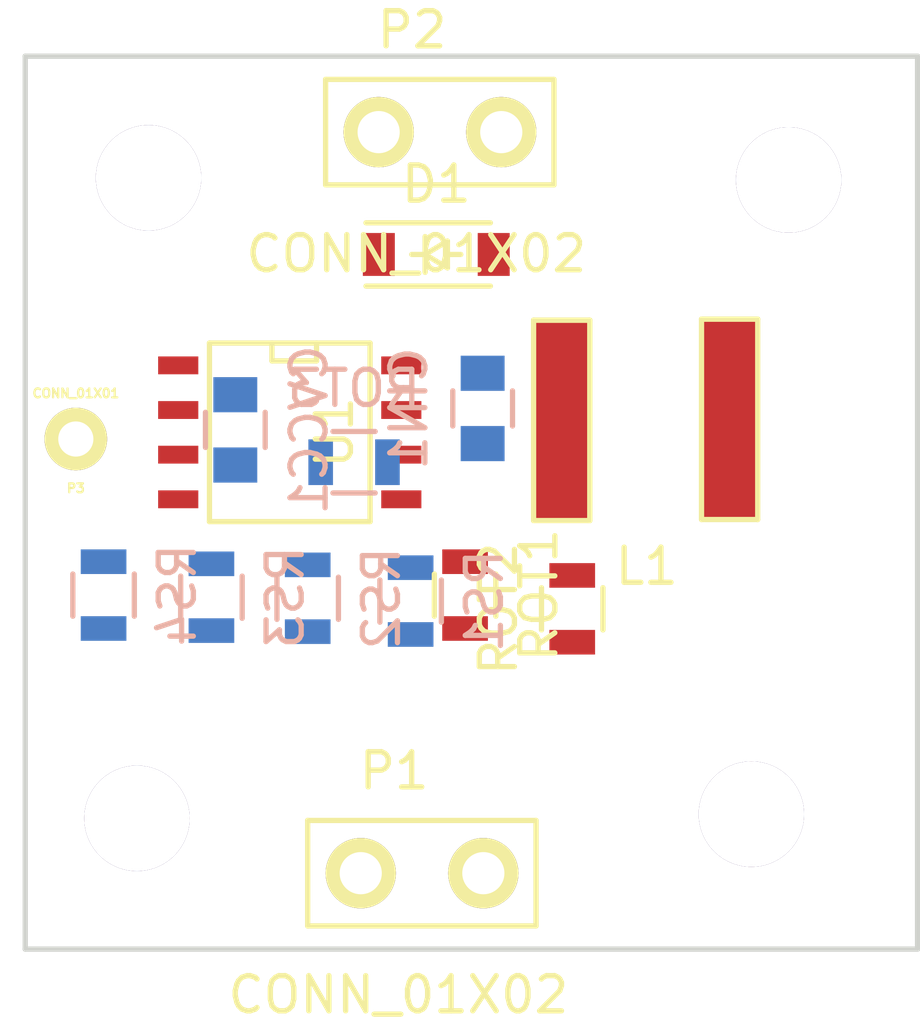
<source format=kicad_pcb>
(kicad_pcb (version 4) (host pcbnew 4.0.1-stable)

  (general
    (links 25)
    (no_connects 25)
    (area 136.561667 67.095 179.235953 100.665)
    (thickness 1.6)
    (drawings 4)
    (tracks 0)
    (zones 0)
    (modules 19)
    (nets 11)
  )

  (page A4)
  (layers
    (0 F.Cu signal)
    (31 B.Cu signal)
    (32 B.Adhes user)
    (33 F.Adhes user)
    (34 B.Paste user)
    (35 F.Paste user)
    (36 B.SilkS user)
    (37 F.SilkS user)
    (38 B.Mask user)
    (39 F.Mask user)
    (40 Dwgs.User user)
    (41 Cmts.User user)
    (42 Eco1.User user)
    (43 Eco2.User user)
    (44 Edge.Cuts user)
    (45 Margin user)
    (46 B.CrtYd user)
    (47 F.CrtYd user)
    (48 B.Fab user)
    (49 F.Fab user)
  )

  (setup
    (last_trace_width 0.25)
    (trace_clearance 0.2)
    (zone_clearance 0.508)
    (zone_45_only no)
    (trace_min 0.2)
    (segment_width 0.2)
    (edge_width 0.15)
    (via_size 0.6)
    (via_drill 0.4)
    (via_min_size 0.4)
    (via_min_drill 0.3)
    (uvia_size 0.3)
    (uvia_drill 0.1)
    (uvias_allowed no)
    (uvia_min_size 0.2)
    (uvia_min_drill 0.1)
    (pcb_text_width 0.3)
    (pcb_text_size 1.5 1.5)
    (mod_edge_width 0.15)
    (mod_text_size 1 1)
    (mod_text_width 0.15)
    (pad_size 1.524 1.524)
    (pad_drill 0.762)
    (pad_to_mask_clearance 0.2)
    (aux_axis_origin 0 0)
    (visible_elements FFFFFF7F)
    (pcbplotparams
      (layerselection 0x00030_80000001)
      (usegerberextensions false)
      (excludeedgelayer true)
      (linewidth 0.100000)
      (plotframeref false)
      (viasonmask false)
      (mode 1)
      (useauxorigin false)
      (hpglpennumber 1)
      (hpglpenspeed 20)
      (hpglpendiameter 15)
      (hpglpenoverlay 2)
      (psnegative false)
      (psa4output false)
      (plotreference true)
      (plotvalue true)
      (plotinvisibletext false)
      (padsonsilk false)
      (subtractmaskfromsilk false)
      (outputformat 1)
      (mirror false)
      (drillshape 1)
      (scaleselection 1)
      (outputdirectory ""))
  )

  (net 0 "")
  (net 1 GND)
  (net 2 "Net-(ROT1-Pad1)")
  (net 3 "Net-(ROT1-Pad2)")
  (net 4 "Net-(ROT2-Pad2)")
  (net 5 /+)
  (net 6 /VCC)
  (net 7 /LX)
  (net 8 /-)
  (net 9 /DIM)
  (net 10 /CS)

  (net_class Default "This is the default net class."
    (clearance 0.2)
    (trace_width 0.25)
    (via_dia 0.6)
    (via_drill 0.4)
    (uvia_dia 0.3)
    (uvia_drill 0.1)
    (add_net /+)
    (add_net /-)
    (add_net /CS)
    (add_net /DIM)
    (add_net /LX)
    (add_net /VCC)
    (add_net GND)
    (add_net "Net-(ROT1-Pad1)")
    (add_net "Net-(ROT1-Pad2)")
    (add_net "Net-(ROT2-Pad2)")
  )

  (module Capacitors_SMD:C_0805 (layer B.Cu) (tedit 5415D6EA) (tstamp 56A76EC6)
    (at 114.62 60.82 270)
    (descr "Capacitor SMD 0805, reflow soldering, AVX (see smccp.pdf)")
    (tags "capacitor 0805")
    (path /56A61376)
    (attr smd)
    (fp_text reference CIN1 (at 0 2.1 270) (layer B.SilkS)
      (effects (font (size 1 1) (thickness 0.15)) (justify mirror))
    )
    (fp_text value 4.7µF (at 0 -2.1 270) (layer B.Fab)
      (effects (font (size 1 1) (thickness 0.15)) (justify mirror))
    )
    (fp_line (start -1.8 1) (end 1.8 1) (layer B.CrtYd) (width 0.05))
    (fp_line (start -1.8 -1) (end 1.8 -1) (layer B.CrtYd) (width 0.05))
    (fp_line (start -1.8 1) (end -1.8 -1) (layer B.CrtYd) (width 0.05))
    (fp_line (start 1.8 1) (end 1.8 -1) (layer B.CrtYd) (width 0.05))
    (fp_line (start 0.5 0.85) (end -0.5 0.85) (layer B.SilkS) (width 0.15))
    (fp_line (start -0.5 -0.85) (end 0.5 -0.85) (layer B.SilkS) (width 0.15))
    (pad 1 smd rect (at -1 0 270) (size 1 1.25) (layers B.Cu B.Paste B.Mask)
      (net 5 /+))
    (pad 2 smd rect (at 1 0 270) (size 1 1.25) (layers B.Cu B.Paste B.Mask)
      (net 1 GND))
    (model Capacitors_SMD.3dshapes/C_0805.wrl
      (at (xyz 0 0 0))
      (scale (xyz 1 1 1))
      (rotate (xyz 0 0 0))
    )
  )

  (module Capacitors_SMD:C_0805 (layer B.Cu) (tedit 5415D6EA) (tstamp 56A76ECC)
    (at 107.58 61.43 90)
    (descr "Capacitor SMD 0805, reflow soldering, AVX (see smccp.pdf)")
    (tags "capacitor 0805")
    (path /56A612ED)
    (attr smd)
    (fp_text reference CVCC1 (at 0 2.1 90) (layer B.SilkS)
      (effects (font (size 1 1) (thickness 0.15)) (justify mirror))
    )
    (fp_text value 1µ (at 0 -2.1 90) (layer B.Fab)
      (effects (font (size 1 1) (thickness 0.15)) (justify mirror))
    )
    (fp_line (start -1.8 1) (end 1.8 1) (layer B.CrtYd) (width 0.05))
    (fp_line (start -1.8 -1) (end 1.8 -1) (layer B.CrtYd) (width 0.05))
    (fp_line (start -1.8 1) (end -1.8 -1) (layer B.CrtYd) (width 0.05))
    (fp_line (start 1.8 1) (end 1.8 -1) (layer B.CrtYd) (width 0.05))
    (fp_line (start 0.5 0.85) (end -0.5 0.85) (layer B.SilkS) (width 0.15))
    (fp_line (start -0.5 -0.85) (end 0.5 -0.85) (layer B.SilkS) (width 0.15))
    (pad 1 smd rect (at -1 0 90) (size 1 1.25) (layers B.Cu B.Paste B.Mask)
      (net 6 /VCC))
    (pad 2 smd rect (at 1 0 90) (size 1 1.25) (layers B.Cu B.Paste B.Mask)
      (net 1 GND))
    (model Capacitors_SMD.3dshapes/C_0805.wrl
      (at (xyz 0 0 0))
      (scale (xyz 1 1 1))
      (rotate (xyz 0 0 0))
    )
  )

  (module Diodes_SMD:SOD-123 (layer F.Cu) (tedit 5530FCB9) (tstamp 56A76ED2)
    (at 113.3 56.44)
    (descr SOD-123)
    (tags SOD-123)
    (path /56A61421)
    (attr smd)
    (fp_text reference D1 (at 0 -2) (layer F.SilkS)
      (effects (font (size 1 1) (thickness 0.15)))
    )
    (fp_text value D_Schottky (at 0 2.1) (layer F.Fab)
      (effects (font (size 1 1) (thickness 0.15)))
    )
    (fp_line (start 0.3175 0) (end 0.6985 0) (layer F.SilkS) (width 0.15))
    (fp_line (start -0.6985 0) (end -0.3175 0) (layer F.SilkS) (width 0.15))
    (fp_line (start -0.3175 0) (end 0.3175 -0.381) (layer F.SilkS) (width 0.15))
    (fp_line (start 0.3175 -0.381) (end 0.3175 0.381) (layer F.SilkS) (width 0.15))
    (fp_line (start 0.3175 0.381) (end -0.3175 0) (layer F.SilkS) (width 0.15))
    (fp_line (start -0.3175 -0.508) (end -0.3175 0.508) (layer F.SilkS) (width 0.15))
    (fp_line (start -2.25 -1.05) (end 2.25 -1.05) (layer F.CrtYd) (width 0.05))
    (fp_line (start 2.25 -1.05) (end 2.25 1.05) (layer F.CrtYd) (width 0.05))
    (fp_line (start 2.25 1.05) (end -2.25 1.05) (layer F.CrtYd) (width 0.05))
    (fp_line (start -2.25 -1.05) (end -2.25 1.05) (layer F.CrtYd) (width 0.05))
    (fp_line (start -2 0.9) (end 1.54 0.9) (layer F.SilkS) (width 0.15))
    (fp_line (start -2 -0.9) (end 1.54 -0.9) (layer F.SilkS) (width 0.15))
    (pad 1 smd rect (at -1.635 0) (size 0.91 1.22) (layers F.Cu F.Paste F.Mask)
      (net 5 /+))
    (pad 2 smd rect (at 1.635 0) (size 0.91 1.22) (layers F.Cu F.Paste F.Mask)
      (net 7 /LX))
  )

  (module LadybugHydro:L-NR6045T470M (layer F.Cu) (tedit 56A76E54) (tstamp 56A76EE3)
    (at 116.82 58.42)
    (path /56A61FCB)
    (fp_text reference L1 (at 2.47 6.89) (layer F.SilkS)
      (effects (font (size 1 1) (thickness 0.15)))
    )
    (fp_text value 47µ (at 2.68 -1.45) (layer F.Fab)
      (effects (font (size 1 1) (thickness 0.15)))
    )
    (fp_line (start 4.03 5.56) (end 5.63 5.56) (layer F.SilkS) (width 0.15))
    (fp_line (start 4.03 5.56) (end 4.03 -0.14) (layer F.SilkS) (width 0.15))
    (fp_line (start 4.03 -0.14) (end 5.63 -0.14) (layer F.SilkS) (width 0.15))
    (fp_line (start 4.03 -0.14) (end 5.63 -0.14) (layer F.SilkS) (width 0.15))
    (fp_line (start 5.63 -0.14) (end 5.63 5.56) (layer F.SilkS) (width 0.15))
    (fp_line (start 0.85 -0.11) (end 0.85 5.59) (layer F.SilkS) (width 0.15))
    (fp_line (start -0.75 -0.11) (end 0.85 -0.11) (layer F.SilkS) (width 0.15))
    (fp_line (start 0.85 -0.11) (end 0.85 5.59) (layer F.SilkS) (width 0.15))
    (fp_line (start 0.85 5.59) (end -0.75 5.59) (layer F.SilkS) (width 0.15))
    (fp_line (start -0.75 5.59) (end -0.75 -0.11) (layer F.SilkS) (width 0.15))
    (fp_line (start -0.75 -0.11) (end 0.85 -0.11) (layer F.SilkS) (width 0.15))
    (pad 1 smd rect (at 0.06 2.76) (size 1.6 5.7) (layers F.Cu F.Paste F.Mask)
      (net 7 /LX))
    (pad 2 smd rect (at 4.83 2.71) (size 1.6 5.7) (layers F.Cu F.Paste F.Mask)
      (net 8 /-))
  )

  (module LettuceBuddy:LB_CONN_2 (layer F.Cu) (tedit 55D608AF) (tstamp 56A76EE9)
    (at 111.14 74.04)
    (path /56A670D9)
    (fp_text reference P1 (at 0.96 -2.91) (layer F.SilkS)
      (effects (font (size 1 1) (thickness 0.15)))
    )
    (fp_text value CONN_01X02 (at 1.08 3.46) (layer F.SilkS)
      (effects (font (size 1 1) (thickness 0.15)))
    )
    (fp_line (start -1.5 -1.5) (end 5 -1.5) (layer F.SilkS) (width 0.15))
    (fp_line (start 5 -1.5) (end 5 1.5) (layer F.SilkS) (width 0.15))
    (fp_line (start 5 1.5) (end -1.5 1.5) (layer F.SilkS) (width 0.15))
    (fp_line (start -1.5 1.5) (end -1.5 -1.5) (layer F.SilkS) (width 0.15))
    (pad 1 thru_hole circle (at 0.01 0) (size 2 2) (drill 1.2) (layers *.Cu *.Mask F.SilkS)
      (net 1 GND))
    (pad 2 thru_hole circle (at 3.5 0) (size 2 2) (drill 1.2) (layers *.Cu *.Mask F.SilkS)
      (net 5 /+))
  )

  (module LettuceBuddy:LB_CONN_2 (layer F.Cu) (tedit 55D608AF) (tstamp 56A76EEF)
    (at 111.65 52.96)
    (path /56A64FE6)
    (fp_text reference P2 (at 0.96 -2.91) (layer F.SilkS)
      (effects (font (size 1 1) (thickness 0.15)))
    )
    (fp_text value CONN_01X02 (at 1.08 3.46) (layer F.SilkS)
      (effects (font (size 1 1) (thickness 0.15)))
    )
    (fp_line (start -1.5 -1.5) (end 5 -1.5) (layer F.SilkS) (width 0.15))
    (fp_line (start 5 -1.5) (end 5 1.5) (layer F.SilkS) (width 0.15))
    (fp_line (start 5 1.5) (end -1.5 1.5) (layer F.SilkS) (width 0.15))
    (fp_line (start -1.5 1.5) (end -1.5 -1.5) (layer F.SilkS) (width 0.15))
    (pad 1 thru_hole circle (at 0.01 0) (size 2 2) (drill 1.2) (layers *.Cu *.Mask F.SilkS)
      (net 5 /+))
    (pad 2 thru_hole circle (at 3.5 0) (size 2 2) (drill 1.2) (layers *.Cu *.Mask F.SilkS)
      (net 8 /-))
  )

  (module LettuceBuddy:LB_CONN_1 (layer F.Cu) (tedit 546E192F) (tstamp 56A76EF4)
    (at 103.04 61.69)
    (path /56A6753B)
    (fp_text reference P3 (at 0 1.4) (layer F.SilkS)
      (effects (font (size 0.254 0.254) (thickness 0.0635)))
    )
    (fp_text value CONN_01X01 (at 0 -1.3) (layer F.SilkS)
      (effects (font (size 0.254 0.254) (thickness 0.0635)))
    )
    (pad 1 thru_hole circle (at 0 0) (size 1.78 1.78) (drill 1) (layers *.Cu *.Mask F.SilkS)
      (net 9 /DIM))
  )

  (module Resistors_SMD:R_0805 (layer F.Cu) (tedit 5415CDEB) (tstamp 56A76EFA)
    (at 114.12 66.13 270)
    (descr "Resistor SMD 0805, reflow soldering, Vishay (see dcrcw.pdf)")
    (tags "resistor 0805")
    (path /56A678DD)
    (attr smd)
    (fp_text reference ROT1 (at 0 -2.1 270) (layer F.SilkS)
      (effects (font (size 1 1) (thickness 0.15)))
    )
    (fp_text value 22K (at 0 2.1 270) (layer F.Fab)
      (effects (font (size 1 1) (thickness 0.15)))
    )
    (fp_line (start -1.6 -1) (end 1.6 -1) (layer F.CrtYd) (width 0.05))
    (fp_line (start -1.6 1) (end 1.6 1) (layer F.CrtYd) (width 0.05))
    (fp_line (start -1.6 -1) (end -1.6 1) (layer F.CrtYd) (width 0.05))
    (fp_line (start 1.6 -1) (end 1.6 1) (layer F.CrtYd) (width 0.05))
    (fp_line (start 0.6 0.875) (end -0.6 0.875) (layer F.SilkS) (width 0.15))
    (fp_line (start -0.6 -0.875) (end 0.6 -0.875) (layer F.SilkS) (width 0.15))
    (pad 1 smd rect (at -0.95 0 270) (size 0.7 1.3) (layers F.Cu F.Paste F.Mask)
      (net 2 "Net-(ROT1-Pad1)"))
    (pad 2 smd rect (at 0.95 0 270) (size 0.7 1.3) (layers F.Cu F.Paste F.Mask)
      (net 3 "Net-(ROT1-Pad2)"))
    (model Resistors_SMD.3dshapes/R_0805.wrl
      (at (xyz 0 0 0))
      (scale (xyz 1 1 1))
      (rotate (xyz 0 0 0))
    )
  )

  (module Resistors_SMD:R_0805 (layer F.Cu) (tedit 5415CDEB) (tstamp 56A76F00)
    (at 117.17 66.52 90)
    (descr "Resistor SMD 0805, reflow soldering, Vishay (see dcrcw.pdf)")
    (tags "resistor 0805")
    (path /56A6789D)
    (attr smd)
    (fp_text reference ROT2 (at 0 -2.1 90) (layer F.SilkS)
      (effects (font (size 1 1) (thickness 0.15)))
    )
    (fp_text value 22K (at 0 2.1 90) (layer F.Fab)
      (effects (font (size 1 1) (thickness 0.15)))
    )
    (fp_line (start -1.6 -1) (end 1.6 -1) (layer F.CrtYd) (width 0.05))
    (fp_line (start -1.6 1) (end 1.6 1) (layer F.CrtYd) (width 0.05))
    (fp_line (start -1.6 -1) (end -1.6 1) (layer F.CrtYd) (width 0.05))
    (fp_line (start 1.6 -1) (end 1.6 1) (layer F.CrtYd) (width 0.05))
    (fp_line (start 0.6 0.875) (end -0.6 0.875) (layer F.SilkS) (width 0.15))
    (fp_line (start -0.6 -0.875) (end 0.6 -0.875) (layer F.SilkS) (width 0.15))
    (pad 1 smd rect (at -0.95 0 90) (size 0.7 1.3) (layers F.Cu F.Paste F.Mask)
      (net 3 "Net-(ROT1-Pad2)"))
    (pad 2 smd rect (at 0.95 0 90) (size 0.7 1.3) (layers F.Cu F.Paste F.Mask)
      (net 4 "Net-(ROT2-Pad2)"))
    (model Resistors_SMD.3dshapes/R_0805.wrl
      (at (xyz 0 0 0))
      (scale (xyz 1 1 1))
      (rotate (xyz 0 0 0))
    )
  )

  (module Resistors_SMD:R_0805 (layer B.Cu) (tedit 5415CDEB) (tstamp 56A76F06)
    (at 110.96 62.35 180)
    (descr "Resistor SMD 0805, reflow soldering, Vishay (see dcrcw.pdf)")
    (tags "resistor 0805")
    (path /56A66485)
    (attr smd)
    (fp_text reference ROT3 (at 0 2.1 180) (layer B.SilkS)
      (effects (font (size 1 1) (thickness 0.15)) (justify mirror))
    )
    (fp_text value 10K (at 0 -2.1 180) (layer B.Fab)
      (effects (font (size 1 1) (thickness 0.15)) (justify mirror))
    )
    (fp_line (start -1.6 1) (end 1.6 1) (layer B.CrtYd) (width 0.05))
    (fp_line (start -1.6 -1) (end 1.6 -1) (layer B.CrtYd) (width 0.05))
    (fp_line (start -1.6 1) (end -1.6 -1) (layer B.CrtYd) (width 0.05))
    (fp_line (start 1.6 1) (end 1.6 -1) (layer B.CrtYd) (width 0.05))
    (fp_line (start 0.6 -0.875) (end -0.6 -0.875) (layer B.SilkS) (width 0.15))
    (fp_line (start -0.6 0.875) (end 0.6 0.875) (layer B.SilkS) (width 0.15))
    (pad 1 smd rect (at -0.95 0 180) (size 0.7 1.3) (layers B.Cu B.Paste B.Mask)
      (net 4 "Net-(ROT2-Pad2)"))
    (pad 2 smd rect (at 0.95 0 180) (size 0.7 1.3) (layers B.Cu B.Paste B.Mask)
      (net 6 /VCC))
    (model Resistors_SMD.3dshapes/R_0805.wrl
      (at (xyz 0 0 0))
      (scale (xyz 1 1 1))
      (rotate (xyz 0 0 0))
    )
  )

  (module Resistors_SMD:R_0805 (layer B.Cu) (tedit 5415CDEB) (tstamp 56A76F0C)
    (at 112.57 66.3 90)
    (descr "Resistor SMD 0805, reflow soldering, Vishay (see dcrcw.pdf)")
    (tags "resistor 0805")
    (path /56A61643)
    (attr smd)
    (fp_text reference RS1 (at 0 2.1 90) (layer B.SilkS)
      (effects (font (size 1 1) (thickness 0.15)) (justify mirror))
    )
    (fp_text value 1Ω (at 0 -2.1 90) (layer B.Fab)
      (effects (font (size 1 1) (thickness 0.15)) (justify mirror))
    )
    (fp_line (start -1.6 1) (end 1.6 1) (layer B.CrtYd) (width 0.05))
    (fp_line (start -1.6 -1) (end 1.6 -1) (layer B.CrtYd) (width 0.05))
    (fp_line (start -1.6 1) (end -1.6 -1) (layer B.CrtYd) (width 0.05))
    (fp_line (start 1.6 1) (end 1.6 -1) (layer B.CrtYd) (width 0.05))
    (fp_line (start 0.6 -0.875) (end -0.6 -0.875) (layer B.SilkS) (width 0.15))
    (fp_line (start -0.6 0.875) (end 0.6 0.875) (layer B.SilkS) (width 0.15))
    (pad 1 smd rect (at -0.95 0 90) (size 0.7 1.3) (layers B.Cu B.Paste B.Mask)
      (net 1 GND))
    (pad 2 smd rect (at 0.95 0 90) (size 0.7 1.3) (layers B.Cu B.Paste B.Mask)
      (net 10 /CS))
    (model Resistors_SMD.3dshapes/R_0805.wrl
      (at (xyz 0 0 0))
      (scale (xyz 1 1 1))
      (rotate (xyz 0 0 0))
    )
  )

  (module Resistors_SMD:R_0805 (layer B.Cu) (tedit 5415CDEB) (tstamp 56A76F12)
    (at 109.64 66.22 90)
    (descr "Resistor SMD 0805, reflow soldering, Vishay (see dcrcw.pdf)")
    (tags "resistor 0805")
    (path /56A657B9)
    (attr smd)
    (fp_text reference RS2 (at 0 2.1 90) (layer B.SilkS)
      (effects (font (size 1 1) (thickness 0.15)) (justify mirror))
    )
    (fp_text value 1Ω (at 0 -2.1 90) (layer B.Fab)
      (effects (font (size 1 1) (thickness 0.15)) (justify mirror))
    )
    (fp_line (start -1.6 1) (end 1.6 1) (layer B.CrtYd) (width 0.05))
    (fp_line (start -1.6 -1) (end 1.6 -1) (layer B.CrtYd) (width 0.05))
    (fp_line (start -1.6 1) (end -1.6 -1) (layer B.CrtYd) (width 0.05))
    (fp_line (start 1.6 1) (end 1.6 -1) (layer B.CrtYd) (width 0.05))
    (fp_line (start 0.6 -0.875) (end -0.6 -0.875) (layer B.SilkS) (width 0.15))
    (fp_line (start -0.6 0.875) (end 0.6 0.875) (layer B.SilkS) (width 0.15))
    (pad 1 smd rect (at -0.95 0 90) (size 0.7 1.3) (layers B.Cu B.Paste B.Mask)
      (net 1 GND))
    (pad 2 smd rect (at 0.95 0 90) (size 0.7 1.3) (layers B.Cu B.Paste B.Mask)
      (net 10 /CS))
    (model Resistors_SMD.3dshapes/R_0805.wrl
      (at (xyz 0 0 0))
      (scale (xyz 1 1 1))
      (rotate (xyz 0 0 0))
    )
  )

  (module Resistors_SMD:R_0805 (layer B.Cu) (tedit 5415CDEB) (tstamp 56A76F18)
    (at 106.9 66.19 90)
    (descr "Resistor SMD 0805, reflow soldering, Vishay (see dcrcw.pdf)")
    (tags "resistor 0805")
    (path /56A657EF)
    (attr smd)
    (fp_text reference RS3 (at 0 2.1 90) (layer B.SilkS)
      (effects (font (size 1 1) (thickness 0.15)) (justify mirror))
    )
    (fp_text value 1Ω (at 0 -2.1 90) (layer B.Fab)
      (effects (font (size 1 1) (thickness 0.15)) (justify mirror))
    )
    (fp_line (start -1.6 1) (end 1.6 1) (layer B.CrtYd) (width 0.05))
    (fp_line (start -1.6 -1) (end 1.6 -1) (layer B.CrtYd) (width 0.05))
    (fp_line (start -1.6 1) (end -1.6 -1) (layer B.CrtYd) (width 0.05))
    (fp_line (start 1.6 1) (end 1.6 -1) (layer B.CrtYd) (width 0.05))
    (fp_line (start 0.6 -0.875) (end -0.6 -0.875) (layer B.SilkS) (width 0.15))
    (fp_line (start -0.6 0.875) (end 0.6 0.875) (layer B.SilkS) (width 0.15))
    (pad 1 smd rect (at -0.95 0 90) (size 0.7 1.3) (layers B.Cu B.Paste B.Mask)
      (net 1 GND))
    (pad 2 smd rect (at 0.95 0 90) (size 0.7 1.3) (layers B.Cu B.Paste B.Mask)
      (net 10 /CS))
    (model Resistors_SMD.3dshapes/R_0805.wrl
      (at (xyz 0 0 0))
      (scale (xyz 1 1 1))
      (rotate (xyz 0 0 0))
    )
  )

  (module Resistors_SMD:R_0805 (layer B.Cu) (tedit 5415CDEB) (tstamp 56A76F1E)
    (at 103.83 66.13 90)
    (descr "Resistor SMD 0805, reflow soldering, Vishay (see dcrcw.pdf)")
    (tags "resistor 0805")
    (path /56A6180B)
    (attr smd)
    (fp_text reference RS4 (at 0 2.1 90) (layer B.SilkS)
      (effects (font (size 1 1) (thickness 0.15)) (justify mirror))
    )
    (fp_text value 2.2Ω (at 0 -2.1 90) (layer B.Fab)
      (effects (font (size 1 1) (thickness 0.15)) (justify mirror))
    )
    (fp_line (start -1.6 1) (end 1.6 1) (layer B.CrtYd) (width 0.05))
    (fp_line (start -1.6 -1) (end 1.6 -1) (layer B.CrtYd) (width 0.05))
    (fp_line (start -1.6 1) (end -1.6 -1) (layer B.CrtYd) (width 0.05))
    (fp_line (start 1.6 1) (end 1.6 -1) (layer B.CrtYd) (width 0.05))
    (fp_line (start 0.6 -0.875) (end -0.6 -0.875) (layer B.SilkS) (width 0.15))
    (fp_line (start -0.6 0.875) (end 0.6 0.875) (layer B.SilkS) (width 0.15))
    (pad 1 smd rect (at -0.95 0 90) (size 0.7 1.3) (layers B.Cu B.Paste B.Mask)
      (net 1 GND))
    (pad 2 smd rect (at 0.95 0 90) (size 0.7 1.3) (layers B.Cu B.Paste B.Mask)
      (net 10 /CS))
    (model Resistors_SMD.3dshapes/R_0805.wrl
      (at (xyz 0 0 0))
      (scale (xyz 1 1 1))
      (rotate (xyz 0 0 0))
    )
  )

  (module SMD_Packages:SOIC-8-N (layer F.Cu) (tedit 0) (tstamp 56A76F2A)
    (at 109.13 61.5 270)
    (descr "Module Narrow CMS SOJ 8 pins large")
    (tags "CMS SOJ")
    (path /56A60F09)
    (attr smd)
    (fp_text reference U1 (at 0 -1.27 270) (layer F.SilkS)
      (effects (font (size 1 1) (thickness 0.15)))
    )
    (fp_text value NCL30160 (at 0 1.27 270) (layer F.Fab)
      (effects (font (size 1 1) (thickness 0.15)))
    )
    (fp_line (start -2.54 -2.286) (end 2.54 -2.286) (layer F.SilkS) (width 0.15))
    (fp_line (start 2.54 -2.286) (end 2.54 2.286) (layer F.SilkS) (width 0.15))
    (fp_line (start 2.54 2.286) (end -2.54 2.286) (layer F.SilkS) (width 0.15))
    (fp_line (start -2.54 2.286) (end -2.54 -2.286) (layer F.SilkS) (width 0.15))
    (fp_line (start -2.54 -0.762) (end -2.032 -0.762) (layer F.SilkS) (width 0.15))
    (fp_line (start -2.032 -0.762) (end -2.032 0.508) (layer F.SilkS) (width 0.15))
    (fp_line (start -2.032 0.508) (end -2.54 0.508) (layer F.SilkS) (width 0.15))
    (pad 8 smd rect (at -1.905 -3.175 270) (size 0.508 1.143) (layers F.Cu F.Paste F.Mask)
      (net 7 /LX))
    (pad 7 smd rect (at -0.635 -3.175 270) (size 0.508 1.143) (layers F.Cu F.Paste F.Mask)
      (net 5 /+))
    (pad 6 smd rect (at 0.635 -3.175 270) (size 0.508 1.143) (layers F.Cu F.Paste F.Mask)
      (net 9 /DIM))
    (pad 5 smd rect (at 1.905 -3.175 270) (size 0.508 1.143) (layers F.Cu F.Paste F.Mask)
      (net 2 "Net-(ROT1-Pad1)"))
    (pad 4 smd rect (at 1.905 3.175 270) (size 0.508 1.143) (layers F.Cu F.Paste F.Mask)
      (net 6 /VCC))
    (pad 3 smd rect (at 0.635 3.175 270) (size 0.508 1.143) (layers F.Cu F.Paste F.Mask)
      (net 1 GND))
    (pad 2 smd rect (at -0.635 3.175 270) (size 0.508 1.143) (layers F.Cu F.Paste F.Mask)
      (net 10 /CS))
    (pad 1 smd rect (at -1.905 3.175 270) (size 0.508 1.143) (layers F.Cu F.Paste F.Mask)
      (net 10 /CS))
    (model SMD_Packages.3dshapes/SOIC-8-N.wrl
      (at (xyz 0 0 0))
      (scale (xyz 0.5 0.38 0.5))
      (rotate (xyz 0 0 0))
    )
  )

  (module Mounting_Holes:MountingHole_3mm (layer F.Cu) (tedit 56A7750A) (tstamp 56A774D1)
    (at 105.11 54.26)
    (descr "Mounting hole, Befestigungsbohrung, 3mm, No Annular, Kein Restring,")
    (tags "Mounting hole, Befestigungsbohrung, 3mm, No Annular, Kein Restring,")
    (fp_text reference REF** (at 0 -4.0005) (layer F.SilkS) hide
      (effects (font (size 1 1) (thickness 0.15)))
    )
    (fp_text value MountingHole_3mm (at 1.00076 5.00126) (layer F.Fab) hide
      (effects (font (size 1 1) (thickness 0.15)))
    )
    (fp_circle (center 0 0) (end 3 0) (layer Cmts.User) (width 0.381))
    (pad 1 thru_hole circle (at 0 0) (size 3 3) (drill 3) (layers))
  )

  (module Mounting_Holes:MountingHole_3mm (layer F.Cu) (tedit 56A77523) (tstamp 56A774E3)
    (at 104.78 72.48)
    (descr "Mounting hole, Befestigungsbohrung, 3mm, No Annular, Kein Restring,")
    (tags "Mounting hole, Befestigungsbohrung, 3mm, No Annular, Kein Restring,")
    (fp_text reference REF** (at 0 -4.0005) (layer F.SilkS) hide
      (effects (font (size 1 1) (thickness 0.15)))
    )
    (fp_text value MountingHole_3mm (at 1.00076 5.00126) (layer F.Fab) hide
      (effects (font (size 1 1) (thickness 0.15)))
    )
    (fp_circle (center 0 0) (end 3 0) (layer Cmts.User) (width 0.381))
    (pad 1 thru_hole circle (at 0 0) (size 3 3) (drill 3) (layers))
  )

  (module Mounting_Holes:MountingHole_3mm (layer F.Cu) (tedit 56A77515) (tstamp 56A774EE)
    (at 123.33 54.32)
    (descr "Mounting hole, Befestigungsbohrung, 3mm, No Annular, Kein Restring,")
    (tags "Mounting hole, Befestigungsbohrung, 3mm, No Annular, Kein Restring,")
    (fp_text reference REF** (at 0 -4.0005) (layer F.SilkS) hide
      (effects (font (size 1 1) (thickness 0.15)))
    )
    (fp_text value MountingHole_3mm (at 1.00076 5.00126) (layer F.Fab) hide
      (effects (font (size 1 1) (thickness 0.15)))
    )
    (fp_circle (center 0 0) (end 3 0) (layer Cmts.User) (width 0.381))
    (pad 1 thru_hole circle (at 0 0) (size 3 3) (drill 3) (layers))
  )

  (module Mounting_Holes:MountingHole_3mm (layer F.Cu) (tedit 56A77531) (tstamp 56A774F3)
    (at 122.27 72.36)
    (descr "Mounting hole, Befestigungsbohrung, 3mm, No Annular, Kein Restring,")
    (tags "Mounting hole, Befestigungsbohrung, 3mm, No Annular, Kein Restring,")
    (fp_text reference REF** (at 0 -4.0005) (layer F.SilkS) hide
      (effects (font (size 1 1) (thickness 0.15)))
    )
    (fp_text value MountingHole_3mm (at 1.00076 5.00126) (layer F.Fab) hide
      (effects (font (size 1 1) (thickness 0.15)))
    )
    (fp_circle (center 0 0) (end 3 0) (layer Cmts.User) (width 0.381))
    (pad 1 thru_hole circle (at 0 0) (size 3 3) (drill 3) (layers))
  )

  (gr_line (start 101.6 76.2) (end 101.6 50.8) (angle 90) (layer Edge.Cuts) (width 0.15))
  (gr_line (start 127 76.2) (end 101.6 76.2) (angle 90) (layer Edge.Cuts) (width 0.15))
  (gr_line (start 127 50.8) (end 127 76.2) (angle 90) (layer Edge.Cuts) (width 0.15))
  (gr_line (start 101.6 50.8) (end 127 50.8) (angle 90) (layer Edge.Cuts) (width 0.15))

)

</source>
